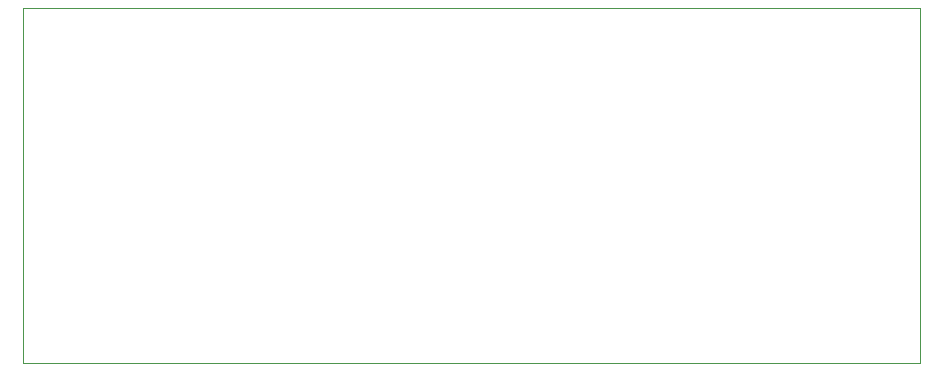
<source format=gbr>
%TF.GenerationSoftware,KiCad,Pcbnew,8.0.0*%
%TF.CreationDate,2024-04-09T00:47:27+05:00*%
%TF.ProjectId,Power_Supply,506f7765-725f-4537-9570-706c792e6b69,rev?*%
%TF.SameCoordinates,Original*%
%TF.FileFunction,Profile,NP*%
%FSLAX46Y46*%
G04 Gerber Fmt 4.6, Leading zero omitted, Abs format (unit mm)*
G04 Created by KiCad (PCBNEW 8.0.0) date 2024-04-09 00:47:27*
%MOMM*%
%LPD*%
G01*
G04 APERTURE LIST*
%TA.AperFunction,Profile*%
%ADD10C,0.050000*%
%TD*%
G04 APERTURE END LIST*
D10*
X115000000Y-78000000D02*
X191000000Y-78000000D01*
X191000000Y-108000000D01*
X115000000Y-108000000D01*
X115000000Y-78000000D01*
M02*

</source>
